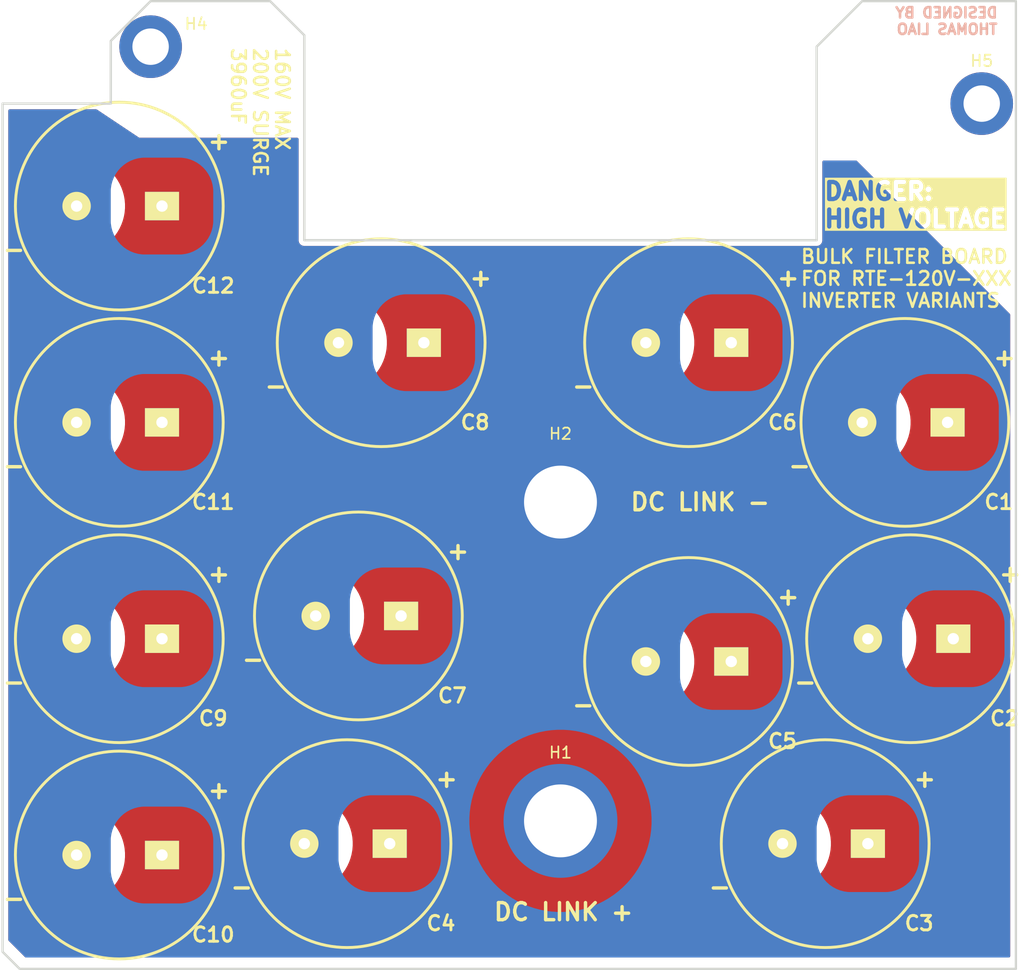
<source format=kicad_pcb>
(kicad_pcb (version 20241229) (generator "pcbnew") (generator_version "9.0")
  (layers (0 "F.Cu" signal) (4 "In1.Cu" signal) (6 "In2.Cu" signal) (2 "B.Cu" signal) (13 "F.Paste" user) (15 "B.Paste" user) (5 "F.SilkS" user "F.Silkscreen") (7 "B.SilkS" user "B.Silkscreen") (1 "F.Mask" user) (3 "B.Mask" user) (25 "Edge.Cuts" user))
  (net 0 "")
  (net 1 "/DC_LINK_+")
  (net 2 "/DC_LINK_-")
  (net 3 "/CHASSIS_GND")
  (net 4 "/CHASSIS_GND_1")
  (footprint "InverterCom:CAPPRD750W80D1825H3200" (layer "F.Cu") (at 35 65 180)
    (property "Reference" "C4" (at -4.5 -7 180) (layer "F.SilkS") (effects (font (size 1.27 1.27) (thickness 0.254))))
    (property "Value" "UCS2C331MHD" (hide yes))
    (fp_circle (center 3.75 0) (end 12.875 0) (stroke (width 0.254)) (fill no) (layer "F.SilkS"))
    (fp_text user "-" (at 13 -4 180) (layer "F.SilkS") (effects (font (size 1.5 1.5) (thickness 0.3) (bold yes))))
    (fp_text user "+" (at -5 5.5 180) (layer "F.SilkS") (effects (font (size 1.5 1.5) (thickness 0.3) (bold yes))))
    (pad "1" thru_hole rect (at 0 0 270) (size 2.5 3) (drill 1) (layers "*.Cu" "*.Mask" "F.SilkS") (net 1 "/DC_LINK_+"))
    (pad "2" thru_hole circle (at 7.5 0 270) (size 2.5 2.5) (drill 1) (layers "*.Cu" "*.Mask" "F.SilkS") (net 2 "/DC_LINK_-"))
  )
  (footprint "InverterCom:CAPPRD750W80D1825H3200" (layer "F.Cu") (at 65 21 180)
    (property "Reference" "C6" (at -4.5 -7 180) (layer "F.SilkS") (effects (font (size 1.27 1.27) (thickness 0.254))))
    (property "Value" "UCS2C331MHD" (hide yes))
    (fp_circle (center 3.75 0) (end 12.875 0) (stroke (width 0.254)) (fill no) (layer "F.SilkS"))
    (fp_text user "-" (at 13 -4 180) (layer "F.SilkS") (effects (font (size 1.5 1.5) (thickness 0.3) (bold yes))))
    (fp_text user "+" (at -5 5.5 180) (layer "F.SilkS") (effects (font (size 1.5 1.5) (thickness 0.3) (bold yes))))
    (pad "1" thru_hole rect (at 0 0 270) (size 2.5 3) (drill 1) (layers "*.Cu" "*.Mask" "F.SilkS") (net 1 "/DC_LINK_+"))
    (pad "2" thru_hole circle (at 7.5 0 270) (size 2.5 2.5) (drill 1) (layers "*.Cu" "*.Mask" "F.SilkS") (net 2 "/DC_LINK_-"))
  )
  (footprint "InverterCom:CAPPRD750W80D1825H3200" (layer "F.Cu") (at 15 28 180)
    (property "Reference" "C11" (at -4.5 -7 180) (layer "F.SilkS") (effects (font (size 1.27 1.27) (thickness 0.254))))
    (property "Value" "UCS2C331MHD" (hide yes))
    (fp_circle (center 3.75 0) (end 12.875 0) (stroke (width 0.254)) (fill no) (layer "F.SilkS"))
    (fp_text user "-" (at 13 -4 180) (layer "F.SilkS") (effects (font (size 1.5 1.5) (thickness 0.3) (bold yes))))
    (fp_text user "+" (at -5 5.5 180) (layer "F.SilkS") (effects (font (size 1.5 1.5) (thickness 0.3) (bold yes))))
    (pad "1" thru_hole rect (at 0 0 270) (size 2.5 3) (drill 1) (layers "*.Cu" "*.Mask" "F.SilkS") (net 1 "/DC_LINK_+"))
    (pad "2" thru_hole circle (at 7.5 0 270) (size 2.5 2.5) (drill 1) (layers "*.Cu" "*.Mask" "F.SilkS") (net 2 "/DC_LINK_-"))
  )
  (footprint "InverterCom:CAPPRD750W80D1825H3200" (layer "F.Cu") (at 38 21 180)
    (property "Reference" "C8" (at -4.5 -7 180) (layer "F.SilkS") (effects (font (size 1.27 1.27) (thickness 0.254))))
    (property "Value" "UCS2C331MHD" (hide yes))
    (fp_circle (center 3.75 0) (end 12.875 0) (stroke (width 0.254)) (fill no) (layer "F.SilkS"))
    (fp_text user "-" (at 13 -4 180) (layer "F.SilkS") (effects (font (size 1.5 1.5) (thickness 0.3) (bold yes))))
    (fp_text user "+" (at -5 5.5 180) (layer "F.SilkS") (effects (font (size 1.5 1.5) (thickness 0.3) (bold yes))))
    (pad "1" thru_hole rect (at 0 0 270) (size 2.5 3) (drill 1) (layers "*.Cu" "*.Mask" "F.SilkS") (net 1 "/DC_LINK_+"))
    (pad "2" thru_hole circle (at 7.5 0 270) (size 2.5 2.5) (drill 1) (layers "*.Cu" "*.Mask" "F.SilkS") (net 2 "/DC_LINK_-"))
  )
  (footprint "InverterCom:CAPPRD750W80D1825H3200" (layer "F.Cu") (at 36 45 180)
    (property "Reference" "C7" (at -4.5 -7 180) (layer "F.SilkS") (effects (font (size 1.27 1.27) (thickness 0.254))))
    (property "Value" "UCS2C331MHD" (hide yes))
    (fp_circle (center 3.75 0) (end 12.875 0) (stroke (width 0.254)) (fill no) (layer "F.SilkS"))
    (fp_text user "-" (at 13 -4 180) (layer "F.SilkS") (effects (font (size 1.5 1.5) (thickness 0.3) (bold yes))))
    (fp_text user "+" (at -5 5.5 180) (layer "F.SilkS") (effects (font (size 1.5 1.5) (thickness 0.3) (bold yes))))
    (pad "1" thru_hole rect (at 0 0 270) (size 2.5 3) (drill 1) (layers "*.Cu" "*.Mask" "F.SilkS") (net 1 "/DC_LINK_+"))
    (pad "2" thru_hole circle (at 7.5 0 270) (size 2.5 2.5) (drill 1) (layers "*.Cu" "*.Mask" "F.SilkS") (net 2 "/DC_LINK_-"))
  )
  (footprint "MountingHole:MountingHole_3.2mm_M3_ISO14580_Pad" (layer "F.Cu") (at 87 0)
    (property "Reference" "H5" (at 0 -3.75 0) (layer "F.SilkS"))
    (property "Value" "MountingHole_Pad" (hide yes))
    (pad "1" thru_hole circle (at 0 0) (size 5.5 5.5) (drill 3.2) (layers "*.Cu" "*.Mask") (net 4 "/CHASSIS_GND_1"))
  )
  (footprint "InverterCom:CAPPRD750W80D1825H3200" (layer "F.Cu") (at 84 28 180)
    (property "Reference" "C1" (at -4.5 -7 180) (layer "F.SilkS") (effects (font (size 1.27 1.27) (thickness 0.254))))
    (property "Value" "UCS2C331MHD" (hide yes))
    (fp_circle (center 3.75 0) (end 12.875 0) (stroke (width 0.254)) (fill no) (layer "F.SilkS"))
    (fp_text user "-" (at 13 -4 180) (layer "F.SilkS") (effects (font (size 1.5 1.5) (thickness 0.3) (bold yes))))
    (fp_text user "+" (at -5 5.5 180) (layer "F.SilkS") (effects (font (size 1.5 1.5) (thickness 0.3) (bold yes))))
    (pad "1" thru_hole rect (at 0 0 270) (size 2.5 3) (drill 1) (layers "*.Cu" "*.Mask" "F.SilkS") (net 1 "/DC_LINK_+"))
    (pad "2" thru_hole circle (at 7.5 0 270) (size 2.5 2.5) (drill 1) (layers "*.Cu" "*.Mask" "F.SilkS") (net 2 "/DC_LINK_-"))
  )
  (footprint "InverterCom:CAPPRD750W80D1825H3200" (layer "F.Cu") (at 77 65 180)
    (property "Reference" "C3" (at -4.5 -7 180) (layer "F.SilkS") (effects (font (size 1.27 1.27) (thickness 0.254))))
    (property "Value" "UCS2C331MHD" (hide yes))
    (fp_circle (center 3.75 0) (end 12.875 0) (stroke (width 0.254)) (fill no) (layer "F.SilkS"))
    (fp_text user "-" (at 13 -4 180) (layer "F.SilkS") (effects (font (size 1.5 1.5) (thickness 0.3) (bold yes))))
    (fp_text user "+" (at -5 5.5 180) (layer "F.SilkS") (effects (font (size 1.5 1.5) (thickness 0.3) (bold yes))))
    (pad "1" thru_hole rect (at 0 0 270) (size 2.5 3) (drill 1) (layers "*.Cu" "*.Mask" "F.SilkS") (net 1 "/DC_LINK_+"))
    (pad "2" thru_hole circle (at 7.5 0 270) (size 2.5 2.5) (drill 1) (layers "*.Cu" "*.Mask" "F.SilkS") (net 2 "/DC_LINK_-"))
  )
  (footprint "InverterCom:CAPPRD750W80D1825H3200" (layer "F.Cu") (at 15 66 180)
    (property "Reference" "C10" (at -4.5 -7 180) (layer "F.SilkS") (effects (font (size 1.27 1.27) (thickness 0.254))))
    (property "Value" "UCS2C331MHD" (hide yes))
    (fp_circle (center 3.75 0) (end 12.875 0) (stroke (width 0.254)) (fill no) (layer "F.SilkS"))
    (fp_text user "+" (at -5 5.5 180) (layer "F.SilkS") (effects (font (size 1.5 1.5) (thickness 0.3) (bold yes))))
    (fp_text user "-" (at 13 -4 180) (layer "F.SilkS") (effects (font (size 1.5 1.5) (thickness 0.3) (bold yes))))
    (pad "1" thru_hole rect (at 0 0 270) (size 2.5 3) (drill 1) (layers "*.Cu" "*.Mask" "F.SilkS") (net 1 "/DC_LINK_+"))
    (pad "2" thru_hole circle (at 7.5 0 270) (size 2.5 2.5) (drill 1) (layers "*.Cu" "*.Mask" "F.SilkS") (net 2 "/DC_LINK_-"))
  )
  (footprint "InverterCom:CAPPRD750W80D1825H3200" (layer "F.Cu") (at 15 47 180)
    (property "Reference" "C9" (at -4.5 -7 180) (layer "F.SilkS") (effects (font (size 1.27 1.27) (thickness 0.254))))
    (property "Value" "UCS2C331MHD" (hide yes))
    (fp_circle (center 3.75 0) (end 12.875 0) (stroke (width 0.254)) (fill no) (layer "F.SilkS"))
    (fp_text user "-" (at 13 -4 180) (layer "F.SilkS") (effects (font (size 1.5 1.5) (thickness 0.3) (bold yes))))
    (fp_text user "+" (at -5 5.5 180) (layer "F.SilkS") (effects (font (size 1.5 1.5) (thickness 0.3) (bold yes))))
    (pad "1" thru_hole rect (at 0 0 270) (size 2.5 3) (drill 1) (layers "*.Cu" "*.Mask" "F.SilkS") (net 1 "/DC_LINK_+"))
    (pad "2" thru_hole circle (at 7.5 0 270) (size 2.5 2.5) (drill 1) (layers "*.Cu" "*.Mask" "F.SilkS") (net 2 "/DC_LINK_-"))
  )
  (footprint "InverterCom:CAPPRD750W80D1825H3200" (layer "F.Cu") (at 65 49 180)
    (property "Reference" "C5" (at -4.5 -7 180) (layer "F.SilkS") (effects (font (size 1.27 1.27) (thickness 0.254))))
    (property "Value" "UCS2C331MHD" (hide yes))
    (fp_circle (center 3.75 0) (end 12.875 0) (stroke (width 0.254)) (fill no) (layer "F.SilkS"))
    (fp_text user "-" (at 13 -4 180) (layer "F.SilkS") (effects (font (size 1.5 1.5) (thickness 0.3) (bold yes))))
    (fp_text user "+" (at -5 5.5 180) (layer "F.SilkS") (effects (font (size 1.5 1.5) (thickness 0.3) (bold yes))))
    (pad "1" thru_hole rect (at 0 0 270) (size 2.5 3) (drill 1) (layers "*.Cu" "*.Mask" "F.SilkS") (net 1 "/DC_LINK_+"))
    (pad "2" thru_hole circle (at 7.5 0 270) (size 2.5 2.5) (drill 1) (layers "*.Cu" "*.Mask" "F.SilkS") (net 2 "/DC_LINK_-"))
  )
  (footprint "InverterCom:CAPPRD750W80D1825H3200" (layer "F.Cu") (at 84.5 47 180)
    (property "Reference" "C2" (at -4.5 -7 180) (layer "F.SilkS") (effects (font (size 1.27 1.27) (thickness 0.254))))
    (property "Value" "UCS2C331MHD" (hide yes))
    (fp_circle (center 3.75 0) (end 12.875 0) (stroke (width 0.254)) (fill no) (layer "F.SilkS"))
    (fp_text user "-" (at 13 -4 180) (layer "F.SilkS") (effects (font (size 1.5 1.5) (thickness 0.3) (bold yes))))
    (fp_text user "+" (at -5 5.5 180) (layer "F.SilkS") (effects (font (size 1.5 1.5) (thickness 0.3) (bold yes))))
    (pad "1" thru_hole rect (at 0 0 270) (size 2.5 3) (drill 1) (layers "*.Cu" "*.Mask" "F.SilkS") (net 1 "/DC_LINK_+"))
    (pad "2" thru_hole circle (at 7.5 0 270) (size 2.5 2.5) (drill 1) (layers "*.Cu" "*.Mask" "F.SilkS") (net 2 "/DC_LINK_-"))
  )
  (footprint "MountingHole:MountingHole_6.4mm_M6_ISO14580_Pad" (layer "F.Cu") (at 50 63)
    (property "Reference" "H1" (at 0 -6 0) (layer "F.SilkS"))
    (property "Value" "MountingHole_Pad")
    (pad "1" thru_hole circle (at 0 0) (size 10 10) (drill 6.4) (layers "*.Cu" "*.Mask") (net 1 "/DC_LINK_+"))
  )
  (footprint "InverterCom:CAPPRD750W80D1825H3200" (layer "F.Cu") (at 15 9 180)
    (property "Reference" "C12" (at -4.5 -7 180) (layer "F.SilkS") (effects (font (size 1.27 1.27) (thickness 0.254))))
    (property "Value" "UCS2C331MHD" (hide yes))
    (fp_circle (center 3.75 0) (end 12.875 0) (stroke (width 0.254)) (fill no) (layer "F.SilkS"))
    (fp_text user "+" (at -5 5.5 180) (layer "F.SilkS") (effects (font (size 1.5 1.5) (thickness 0.3) (bold yes))))
    (fp_text user "-" (at 13 -4 180) (layer "F.SilkS") (effects (font (size 1.5 1.5) (thickness 0.3) (bold yes))))
    (pad "1" thru_hole rect (at 0 0 270) (size 2.5 3) (drill 1) (layers "*.Cu" "*.Mask" "F.SilkS") (net 1 "/DC_LINK_+"))
    (pad "2" thru_hole circle (at 7.5 0 270) (size 2.5 2.5) (drill 1) (layers "*.Cu" "*.Mask" "F.SilkS") (net 2 "/DC_LINK_-"))
  )
  (footprint "MountingHole:MountingHole_6.4mm_M6_ISO14580_Pad" (layer "F.Cu") (at 50 35)
    (property "Reference" "H2" (at 0 -6 0) (layer "F.SilkS"))
    (property "Value" "MountingHole_Pad")
    (pad "1" thru_hole circle (at 0 0) (size 10 10) (drill 6.4) (layers "*.Cu" "*.Mask") (net 2 "/DC_LINK_-"))
  )
  (footprint "MountingHole:MountingHole_3.2mm_M3_ISO14580_Pad" (layer "F.Cu") (at 14 -5)
    (property "Reference" "H4" (at 4 -2 0) (layer "F.SilkS"))
    (property "Value" "MountingHole_Pad" (hide yes))
    (pad "1" thru_hole circle (at 0 0) (size 5.5 5.5) (drill 3.2) (layers "*.Cu" "*.Mask") (net 3 "/CHASSIS_GND"))
  )
  (gr_poly (pts (xy 76.5 -9) (xy 72.5 -5) (xy 72.5 12) (xy 27.5 12) (xy 27.5 -6) (xy 24.5 -9) (xy 14 -9) (xy 10.5 -5.5) (xy 10.5 0) (xy 1 0) (xy 1 74.5) (xy 2.5 76) (xy 26 76) (xy 67 76) (xy 90 76) (xy 90 -9)) (stroke (width 0.2)) (fill no) (layer "Edge.Cuts"))
  (gr_text "DC LINK +" (at 44 71 0) (layer "F.SilkS") (effects (font (size 1.5 1.5) (thickness 0.3) (bold yes)) (justify left)))
  (gr_text "BULK FILTER BOARD\nFOR RTE-120V-XXX\nINVERTER VARIANTS" (at 71 18 0) (layer "F.SilkS") (effects (font (size 1.2 1.2) (thickness 0.225) (bold yes)) (justify left bottom)))
  (gr_text "DC LINK -" (at 56 35 0) (layer "F.SilkS") (effects (font (size 1.5 1.5) (thickness 0.3) (bold yes)) (justify left)))
  (gr_text "DANGER:\nHIGH VOLTAGE" (at 73 11 0) (layer "F.SilkS" knockout) (effects (font (size 1.5 1.5) (thickness 0.375) (bold yes)) (justify left bottom)))
  (gr_text "160V MAX\n200V SURGE\n3960uF" (at 21 -5 270) (layer "F.SilkS") (effects (font (size 1.2 1.2) (thickness 0.225) (bold yes)) (justify left bottom)))
  (gr_text "DESIGNED BY\nTHOMAS LIAO" (at 88.5 -6 0) (layer "B.SilkS") (effects (font (size 0.9 0.9) (thickness 0.225) (bold yes)) (justify left bottom mirror)))
  (zone (net 1) (net_name "/DC_LINK_+") (layer "F.Cu") (connect_pads yes (clearance 3)) (min_thickness 0.25) (fill yes (thermal_gap 0.5) (thermal_bridge_width 0.5))
    (polygon (pts (xy 1 -1) (xy 7 -1) (xy 13 3) (xy 28 3) (xy 30 5) (xy 76 5) (xy 90 19) (xy 90 75) (xy 3 75) (xy 1 73)))
  )
  (zone (net 2) (net_name "/DC_LINK_-") (layer "B.Cu") (connect_pads yes (clearance 3)) (min_thickness 0.25) (fill yes (thermal_gap 0.5) (thermal_bridge_width 0.5))
    (polygon (pts (xy 1 -1) (xy 7 -1) (xy 13 3) (xy 28 3) (xy 30 5) (xy 76 5) (xy 90 19) (xy 90 75) (xy 3 75) (xy 1 73)))
  )
)
</source>
